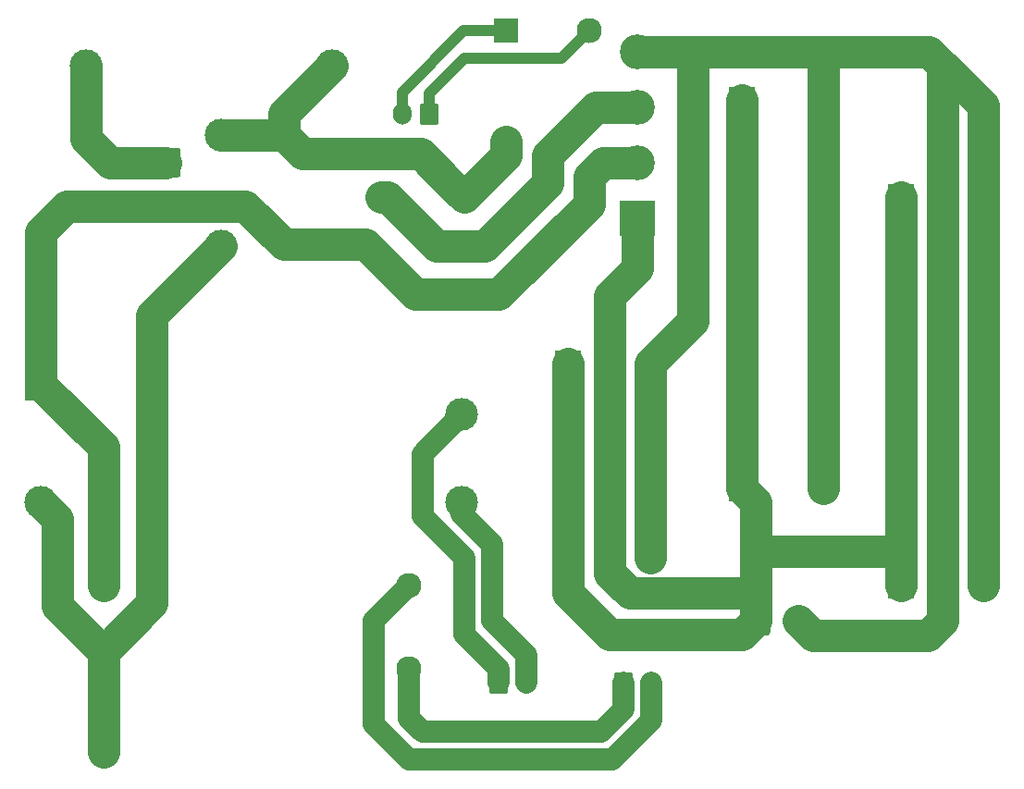
<source format=gbr>
G04 #@! TF.GenerationSoftware,KiCad,Pcbnew,(5.1.2)-1*
G04 #@! TF.CreationDate,2020-05-02T19:55:24+09:00*
G04 #@! TF.ProjectId,PowerBoard,506f7765-7242-46f6-9172-642e6b696361,rev?*
G04 #@! TF.SameCoordinates,Original*
G04 #@! TF.FileFunction,Copper,L2,Bot*
G04 #@! TF.FilePolarity,Positive*
%FSLAX46Y46*%
G04 Gerber Fmt 4.6, Leading zero omitted, Abs format (unit mm)*
G04 Created by KiCad (PCBNEW (5.1.2)-1) date 2020-05-02 19:55:24*
%MOMM*%
%LPD*%
G04 APERTURE LIST*
%ADD10R,3.000000X3.000000*%
%ADD11C,3.000000*%
%ADD12C,1.600000*%
%ADD13R,2.400000X2.400000*%
%ADD14C,2.400000*%
%ADD15C,3.200000*%
%ADD16R,3.200000X3.200000*%
%ADD17C,0.100000*%
%ADD18C,2.700000*%
%ADD19O,1.700000X2.000000*%
%ADD20C,1.700000*%
%ADD21C,2.300000*%
%ADD22R,2.300000X2.300000*%
%ADD23R,2.300000X2.000000*%
%ADD24O,2.400000X2.400000*%
%ADD25C,3.000000*%
%ADD26C,1.000000*%
%ADD27C,2.000000*%
G04 APERTURE END LIST*
D10*
X-43180000Y1270000D03*
D11*
X-4680000Y-1480000D03*
X-43180000Y-9480000D03*
X-4680000Y-9480000D03*
D12*
X-20955000Y14130000D03*
X-20955000Y24130000D03*
D13*
X35560000Y-17145000D03*
D14*
X43060000Y-17145000D03*
X12580000Y-14605000D03*
D13*
X5080000Y-14605000D03*
X20955000Y-8255000D03*
D14*
X28455000Y-8255000D03*
X43060000Y635000D03*
D13*
X35560000Y635000D03*
X5080000Y3175000D03*
D14*
X12580000Y3175000D03*
X28455000Y9525000D03*
D13*
X20955000Y9525000D03*
X35560000Y18415000D03*
D14*
X43060000Y18415000D03*
X28455000Y27305000D03*
D13*
X20955000Y27305000D03*
D15*
X11430000Y31750000D03*
X11430000Y26670000D03*
X11430000Y21590000D03*
D16*
X11430000Y16510000D03*
D11*
X-39010000Y30480000D03*
X-16510000Y30480000D03*
D17*
G36*
X-30625497Y22938796D02*
G01*
X-30601228Y22935196D01*
X-30577430Y22929235D01*
X-30554330Y22920970D01*
X-30532151Y22910480D01*
X-30511108Y22897867D01*
X-30491402Y22883252D01*
X-30473224Y22866776D01*
X-30456748Y22848598D01*
X-30442133Y22828892D01*
X-30429520Y22807849D01*
X-30419030Y22785670D01*
X-30410765Y22762570D01*
X-30404804Y22738772D01*
X-30401204Y22714503D01*
X-30400000Y22689999D01*
X-30400000Y20490001D01*
X-30401204Y20465497D01*
X-30404804Y20441228D01*
X-30410765Y20417430D01*
X-30419030Y20394330D01*
X-30429520Y20372151D01*
X-30442133Y20351108D01*
X-30456748Y20331402D01*
X-30473224Y20313224D01*
X-30491402Y20296748D01*
X-30511108Y20282133D01*
X-30532151Y20269520D01*
X-30554330Y20259030D01*
X-30577430Y20250765D01*
X-30601228Y20244804D01*
X-30625497Y20241204D01*
X-30650001Y20240000D01*
X-32849999Y20240000D01*
X-32874503Y20241204D01*
X-32898772Y20244804D01*
X-32922570Y20250765D01*
X-32945670Y20259030D01*
X-32967849Y20269520D01*
X-32988892Y20282133D01*
X-33008598Y20296748D01*
X-33026776Y20313224D01*
X-33043252Y20331402D01*
X-33057867Y20351108D01*
X-33070480Y20372151D01*
X-33080970Y20394330D01*
X-33089235Y20417430D01*
X-33095196Y20441228D01*
X-33098796Y20465497D01*
X-33100000Y20490001D01*
X-33100000Y22689999D01*
X-33098796Y22714503D01*
X-33095196Y22738772D01*
X-33089235Y22762570D01*
X-33080970Y22785670D01*
X-33070480Y22807849D01*
X-33057867Y22828892D01*
X-33043252Y22848598D01*
X-33026776Y22866776D01*
X-33008598Y22883252D01*
X-32988892Y22897867D01*
X-32967849Y22910480D01*
X-32945670Y22920970D01*
X-32922570Y22929235D01*
X-32898772Y22935196D01*
X-32874503Y22938796D01*
X-32849999Y22940000D01*
X-30650001Y22940000D01*
X-30625497Y22938796D01*
X-30625497Y22938796D01*
G37*
D18*
X-31750000Y21590000D03*
X-31750000Y17630000D03*
D19*
X-10120000Y26035000D03*
D17*
G36*
X-6995496Y27033796D02*
G01*
X-6971227Y27030196D01*
X-6947429Y27024235D01*
X-6924329Y27015970D01*
X-6902151Y27005480D01*
X-6881107Y26992867D01*
X-6861402Y26978253D01*
X-6843223Y26961777D01*
X-6826747Y26943598D01*
X-6812133Y26923893D01*
X-6799520Y26902849D01*
X-6789030Y26880671D01*
X-6780765Y26857571D01*
X-6774804Y26833773D01*
X-6771204Y26809504D01*
X-6770000Y26785000D01*
X-6770000Y25285000D01*
X-6771204Y25260496D01*
X-6774804Y25236227D01*
X-6780765Y25212429D01*
X-6789030Y25189329D01*
X-6799520Y25167151D01*
X-6812133Y25146107D01*
X-6826747Y25126402D01*
X-6843223Y25108223D01*
X-6861402Y25091747D01*
X-6881107Y25077133D01*
X-6902151Y25064520D01*
X-6924329Y25054030D01*
X-6947429Y25045765D01*
X-6971227Y25039804D01*
X-6995496Y25036204D01*
X-7020000Y25035000D01*
X-8220000Y25035000D01*
X-8244504Y25036204D01*
X-8268773Y25039804D01*
X-8292571Y25045765D01*
X-8315671Y25054030D01*
X-8337849Y25064520D01*
X-8358893Y25077133D01*
X-8378598Y25091747D01*
X-8396777Y25108223D01*
X-8413253Y25126402D01*
X-8427867Y25146107D01*
X-8440480Y25167151D01*
X-8450970Y25189329D01*
X-8459235Y25212429D01*
X-8465196Y25236227D01*
X-8468796Y25260496D01*
X-8470000Y25285000D01*
X-8470000Y26785000D01*
X-8468796Y26809504D01*
X-8465196Y26833773D01*
X-8459235Y26857571D01*
X-8450970Y26880671D01*
X-8440480Y26902849D01*
X-8427867Y26923893D01*
X-8413253Y26943598D01*
X-8396777Y26961777D01*
X-8378598Y26978253D01*
X-8358893Y26992867D01*
X-8337849Y27005480D01*
X-8315671Y27015970D01*
X-8292571Y27024235D01*
X-8268773Y27030196D01*
X-8244504Y27033796D01*
X-8220000Y27035000D01*
X-7020000Y27035000D01*
X-6995496Y27033796D01*
X-6995496Y27033796D01*
G37*
D20*
X-7620000Y26035000D03*
D17*
G36*
X10784504Y-25036204D02*
G01*
X10808773Y-25039804D01*
X10832571Y-25045765D01*
X10855671Y-25054030D01*
X10877849Y-25064520D01*
X10898893Y-25077133D01*
X10918598Y-25091747D01*
X10936777Y-25108223D01*
X10953253Y-25126402D01*
X10967867Y-25146107D01*
X10980480Y-25167151D01*
X10990970Y-25189329D01*
X10999235Y-25212429D01*
X11005196Y-25236227D01*
X11008796Y-25260496D01*
X11010000Y-25285000D01*
X11010000Y-26785000D01*
X11008796Y-26809504D01*
X11005196Y-26833773D01*
X10999235Y-26857571D01*
X10990970Y-26880671D01*
X10980480Y-26902849D01*
X10967867Y-26923893D01*
X10953253Y-26943598D01*
X10936777Y-26961777D01*
X10918598Y-26978253D01*
X10898893Y-26992867D01*
X10877849Y-27005480D01*
X10855671Y-27015970D01*
X10832571Y-27024235D01*
X10808773Y-27030196D01*
X10784504Y-27033796D01*
X10760000Y-27035000D01*
X9560000Y-27035000D01*
X9535496Y-27033796D01*
X9511227Y-27030196D01*
X9487429Y-27024235D01*
X9464329Y-27015970D01*
X9442151Y-27005480D01*
X9421107Y-26992867D01*
X9401402Y-26978253D01*
X9383223Y-26961777D01*
X9366747Y-26943598D01*
X9352133Y-26923893D01*
X9339520Y-26902849D01*
X9329030Y-26880671D01*
X9320765Y-26857571D01*
X9314804Y-26833773D01*
X9311204Y-26809504D01*
X9310000Y-26785000D01*
X9310000Y-25285000D01*
X9311204Y-25260496D01*
X9314804Y-25236227D01*
X9320765Y-25212429D01*
X9329030Y-25189329D01*
X9339520Y-25167151D01*
X9352133Y-25146107D01*
X9366747Y-25126402D01*
X9383223Y-25108223D01*
X9401402Y-25091747D01*
X9421107Y-25077133D01*
X9442151Y-25064520D01*
X9464329Y-25054030D01*
X9487429Y-25045765D01*
X9511227Y-25039804D01*
X9535496Y-25036204D01*
X9560000Y-25035000D01*
X10760000Y-25035000D01*
X10784504Y-25036204D01*
X10784504Y-25036204D01*
G37*
D20*
X10160000Y-26035000D03*
D19*
X12660000Y-26035000D03*
X1230000Y-26035000D03*
D17*
G36*
X-645496Y-25036204D02*
G01*
X-621227Y-25039804D01*
X-597429Y-25045765D01*
X-574329Y-25054030D01*
X-552151Y-25064520D01*
X-531107Y-25077133D01*
X-511402Y-25091747D01*
X-493223Y-25108223D01*
X-476747Y-25126402D01*
X-462133Y-25146107D01*
X-449520Y-25167151D01*
X-439030Y-25189329D01*
X-430765Y-25212429D01*
X-424804Y-25236227D01*
X-421204Y-25260496D01*
X-420000Y-25285000D01*
X-420000Y-26785000D01*
X-421204Y-26809504D01*
X-424804Y-26833773D01*
X-430765Y-26857571D01*
X-439030Y-26880671D01*
X-449520Y-26902849D01*
X-462133Y-26923893D01*
X-476747Y-26943598D01*
X-493223Y-26961777D01*
X-511402Y-26978253D01*
X-531107Y-26992867D01*
X-552151Y-27005480D01*
X-574329Y-27015970D01*
X-597429Y-27024235D01*
X-621227Y-27030196D01*
X-645496Y-27033796D01*
X-670000Y-27035000D01*
X-1870000Y-27035000D01*
X-1894504Y-27033796D01*
X-1918773Y-27030196D01*
X-1942571Y-27024235D01*
X-1965671Y-27015970D01*
X-1987849Y-27005480D01*
X-2008893Y-26992867D01*
X-2028598Y-26978253D01*
X-2046777Y-26961777D01*
X-2063253Y-26943598D01*
X-2077867Y-26923893D01*
X-2090480Y-26902849D01*
X-2100970Y-26880671D01*
X-2109235Y-26857571D01*
X-2115196Y-26833773D01*
X-2118796Y-26809504D01*
X-2120000Y-26785000D01*
X-2120000Y-25285000D01*
X-2118796Y-25260496D01*
X-2115196Y-25236227D01*
X-2109235Y-25212429D01*
X-2100970Y-25189329D01*
X-2090480Y-25167151D01*
X-2077867Y-25146107D01*
X-2063253Y-25126402D01*
X-2046777Y-25108223D01*
X-2028598Y-25091747D01*
X-2008893Y-25077133D01*
X-1987849Y-25064520D01*
X-1965671Y-25054030D01*
X-1942571Y-25045765D01*
X-1918773Y-25039804D01*
X-1894504Y-25036204D01*
X-1870000Y-25035000D01*
X-670000Y-25035000D01*
X-645496Y-25036204D01*
X-645496Y-25036204D01*
G37*
D20*
X-1270000Y-26035000D03*
D18*
X26185000Y-20320000D03*
D17*
G36*
X23349503Y-18971204D02*
G01*
X23373772Y-18974804D01*
X23397570Y-18980765D01*
X23420670Y-18989030D01*
X23442849Y-18999520D01*
X23463892Y-19012133D01*
X23483598Y-19026748D01*
X23501776Y-19043224D01*
X23518252Y-19061402D01*
X23532867Y-19081108D01*
X23545480Y-19102151D01*
X23555970Y-19124330D01*
X23564235Y-19147430D01*
X23570196Y-19171228D01*
X23573796Y-19195497D01*
X23575000Y-19220001D01*
X23575000Y-21419999D01*
X23573796Y-21444503D01*
X23570196Y-21468772D01*
X23564235Y-21492570D01*
X23555970Y-21515670D01*
X23545480Y-21537849D01*
X23532867Y-21558892D01*
X23518252Y-21578598D01*
X23501776Y-21596776D01*
X23483598Y-21613252D01*
X23463892Y-21627867D01*
X23442849Y-21640480D01*
X23420670Y-21650970D01*
X23397570Y-21659235D01*
X23373772Y-21665196D01*
X23349503Y-21668796D01*
X23324999Y-21670000D01*
X21125001Y-21670000D01*
X21100497Y-21668796D01*
X21076228Y-21665196D01*
X21052430Y-21659235D01*
X21029330Y-21650970D01*
X21007151Y-21640480D01*
X20986108Y-21627867D01*
X20966402Y-21613252D01*
X20948224Y-21596776D01*
X20931748Y-21578598D01*
X20917133Y-21558892D01*
X20904520Y-21537849D01*
X20894030Y-21515670D01*
X20885765Y-21492570D01*
X20879804Y-21468772D01*
X20876204Y-21444503D01*
X20875000Y-21419999D01*
X20875000Y-19220001D01*
X20876204Y-19195497D01*
X20879804Y-19171228D01*
X20885765Y-19147430D01*
X20894030Y-19124330D01*
X20904520Y-19102151D01*
X20917133Y-19081108D01*
X20931748Y-19061402D01*
X20948224Y-19043224D01*
X20966402Y-19026748D01*
X20986108Y-19012133D01*
X21007151Y-18999520D01*
X21029330Y-18989030D01*
X21052430Y-18980765D01*
X21076228Y-18974804D01*
X21100497Y-18971204D01*
X21125001Y-18970000D01*
X23324999Y-18970000D01*
X23349503Y-18971204D01*
X23349503Y-18971204D01*
G37*
D18*
X22225000Y-20320000D03*
D21*
X6985000Y33655000D03*
X-635000Y15875000D03*
X-635000Y23495000D03*
D22*
X-635000Y33655000D03*
D21*
X-9465000Y-24745000D03*
X-37465000Y-32345000D03*
D23*
X-37465000Y-17145000D03*
D21*
X-9465000Y-17145000D03*
D24*
X-4445000Y18415000D03*
D14*
X-12065000Y18415000D03*
D11*
X-26670000Y13970000D03*
X-26670000Y24130000D03*
D25*
X-635000Y22225000D02*
X-4445000Y18415000D01*
X-635000Y23495000D02*
X-635000Y22225000D01*
X-20955000Y26035000D02*
X-20955000Y24130000D01*
X-16510000Y30480000D02*
X-20955000Y26035000D01*
X-5644999Y19614999D02*
X-4445000Y18415000D01*
X-8419999Y22389999D02*
X-5644999Y19614999D01*
X-20955000Y24130000D02*
X-19214999Y22389999D01*
X-19214999Y22389999D02*
X-8419999Y22389999D01*
X-37465000Y-23177500D02*
X-37465000Y-32345000D01*
X-41680001Y-18962499D02*
X-37465000Y-23177500D01*
X-43180000Y-9480000D02*
X-41680001Y-10979999D01*
X-41680001Y-10979999D02*
X-41680001Y-18962499D01*
X-33020000Y7620000D02*
X-26670000Y13970000D01*
X-37465000Y-23177500D02*
X-33020000Y-18732500D01*
X-33020000Y-18732500D02*
X-33020000Y7620000D01*
X-20955000Y24130000D02*
X-26670000Y24130000D01*
X-24455000Y17630000D02*
X-20955000Y14130000D01*
X-31750000Y17630000D02*
X-24455000Y17630000D01*
X-31750000Y17630000D02*
X-40790000Y17630000D01*
X-43180000Y15240000D02*
X-43180000Y1270000D01*
X-40790000Y17630000D02*
X-43180000Y15240000D01*
X-37465000Y-4445000D02*
X-43180000Y1270000D01*
X-37465000Y-17145000D02*
X-37465000Y-4445000D01*
X-8890000Y9525000D02*
X-13495000Y14130000D01*
X-13495000Y14130000D02*
X-20955000Y14130000D01*
X8255000Y21590000D02*
X6985000Y20320000D01*
X11430000Y21590000D02*
X8255000Y21590000D01*
X6985000Y20320000D02*
X6985000Y17780000D01*
X-1270000Y9525000D02*
X-8890000Y9525000D01*
X6985000Y17780000D02*
X-1270000Y9525000D01*
X-36830000Y21590000D02*
X-31750000Y21590000D01*
X-39010000Y30480000D02*
X-39010000Y23770000D01*
X-39010000Y23770000D02*
X-36830000Y21590000D01*
D26*
X4445000Y31115000D02*
X6985000Y33655000D01*
X-4445000Y31115000D02*
X4445000Y31115000D01*
X-7620000Y26035000D02*
X-7620000Y27940000D01*
X-7620000Y27940000D02*
X-4445000Y31115000D01*
X-2785000Y33655000D02*
X-635000Y33655000D01*
X-4500000Y33655000D02*
X-2785000Y33655000D01*
X-10120000Y28035000D02*
X-4500000Y33655000D01*
X-10120000Y26035000D02*
X-10120000Y28035000D01*
D27*
X-9525000Y-17145000D02*
X-9465000Y-17145000D01*
X-12700000Y-20320000D02*
X-9525000Y-17145000D01*
X-9525000Y-33020000D02*
X-12700000Y-29845000D01*
X12660000Y-26035000D02*
X12660000Y-29513750D01*
X12660000Y-29513750D02*
X9153750Y-33020000D01*
X9153750Y-33020000D02*
X-9525000Y-33020000D01*
X-12700000Y-29845000D02*
X-12700000Y-20320000D01*
X-9465000Y-29270000D02*
X-9465000Y-24745000D01*
X8103718Y-30480000D02*
X-8255000Y-30480000D01*
X10160000Y-26035000D02*
X10160000Y-28423718D01*
X-8255000Y-30480000D02*
X-9465000Y-29270000D01*
X10160000Y-28423718D02*
X8103718Y-30480000D01*
X-1270000Y-24765000D02*
X-1270000Y-26035000D01*
X-8255000Y-5055000D02*
X-8255000Y-10795000D01*
X-4680000Y-1480000D02*
X-8255000Y-5055000D01*
X-4445000Y-14605000D02*
X-4445000Y-21590000D01*
X-8255000Y-10795000D02*
X-4445000Y-14605000D01*
X-4445000Y-21590000D02*
X-1270000Y-24765000D01*
X-4680000Y-10560000D02*
X-4680000Y-9480000D01*
X-1905000Y-20320000D02*
X-1905000Y-13335000D01*
X1230000Y-26035000D02*
X1230000Y-23455000D01*
X-1905000Y-13335000D02*
X-4680000Y-10560000D01*
X1230000Y-23455000D02*
X-1905000Y-20320000D01*
D25*
X20955000Y27305000D02*
X20955000Y-8255000D01*
X5080000Y3175000D02*
X5080000Y-14605000D01*
X35560000Y18415000D02*
X35560000Y-13970000D01*
X35560000Y-13970000D02*
X35560000Y-17145000D01*
X22225000Y-13970000D02*
X35560000Y-13970000D01*
X20955000Y-8255000D02*
X22225000Y-9525000D01*
X22225000Y-9525000D02*
X22225000Y-13970000D01*
X22225000Y-20320000D02*
X22225000Y-17780000D01*
X22225000Y-17780000D02*
X22225000Y-13970000D01*
X11430000Y11910000D02*
X8890000Y9370000D01*
X11430000Y16510000D02*
X11430000Y11910000D01*
X8890000Y9370000D02*
X8890000Y-15975248D01*
X22199990Y-17805010D02*
X22225000Y-17780000D01*
X8890000Y-15975248D02*
X10719762Y-17805010D01*
X10719762Y-17805010D02*
X22199990Y-17805010D01*
X20955000Y-21590000D02*
X22225000Y-20320000D01*
X8890000Y-21590000D02*
X20955000Y-21590000D01*
X5080000Y-14605000D02*
X5080000Y-17780000D01*
X5080000Y-17780000D02*
X8890000Y-21590000D01*
X43060000Y26790000D02*
X43060000Y18415000D01*
X38100000Y31750000D02*
X43060000Y26790000D01*
X43060000Y18415000D02*
X43060000Y-17145000D01*
X28455000Y31630000D02*
X28575000Y31750000D01*
X28455000Y27305000D02*
X28455000Y31630000D01*
X28575000Y31750000D02*
X38100000Y31750000D01*
X28455000Y27305000D02*
X28455000Y-8255000D01*
X12580000Y3175000D02*
X12580000Y-14605000D01*
X11430000Y31750000D02*
X16510000Y31750000D01*
X16510000Y31750000D02*
X28575000Y31750000D01*
X16510000Y7105000D02*
X16510000Y31750000D01*
X12580000Y3175000D02*
X16510000Y7105000D01*
X27534999Y-21669999D02*
X38020001Y-21669999D01*
X26185000Y-20320000D02*
X27534999Y-21669999D01*
X38020001Y-21669999D02*
X39370000Y-20320000D01*
X39370000Y30480000D02*
X38100000Y31750000D01*
X39370000Y-20320000D02*
X39370000Y30480000D01*
X-6985000Y13970000D02*
X-2540000Y13970000D01*
X-2540000Y13970000D02*
X-635000Y15875000D01*
X-12065000Y18415000D02*
X-11430000Y18415000D01*
X-11430000Y18415000D02*
X-6985000Y13970000D01*
X7620000Y26670000D02*
X11430000Y26670000D01*
X-635000Y15875000D02*
X3175000Y19685000D01*
X3175000Y22225000D02*
X7620000Y26670000D01*
X3175000Y19685000D02*
X3175000Y22225000D01*
M02*

</source>
